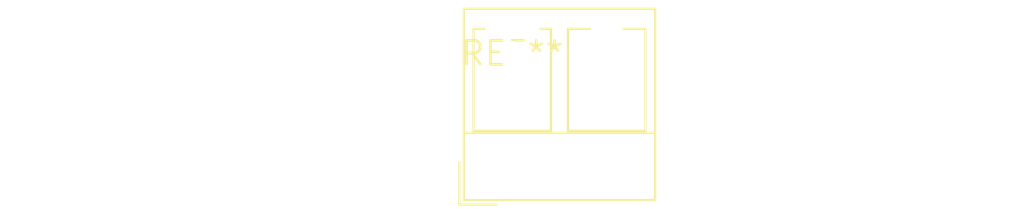
<source format=kicad_pcb>
(kicad_pcb (version 20240108) (generator pcbnew)
  (layers (0 "F.Cu" signal) (31 "B.Cu" signal) (34 "B.Paste" user) (35 "F.Paste" user) (36 "B.SilkS" user "B.Silkscreen") (37 "F.SilkS" user "F.Silkscreen") (38 "B.Mask" user) (39 "F.Mask" user) (44 "Edge.Cuts" user))
  (net 0 "")
  (footprint "TerminalBlock_RND_205-00276_1x02_P5.00mm_Vertical" (layer "F.Cu") (at 0 0)
    (property "Reference" "REF**")
    (property "Value" "TerminalBlock_RND_205-00276_1x02_P5.00mm_Vertical")
    (fp_line (start -2.8 5.76) (end -2.8 8) (layer "F.SilkS") (stroke (width 0.12)))
    (fp_line (start -2.8 8) (end -0.8 8) (layer "F.SilkS") (stroke (width 0.12)))
    (fp_line (start -2.56 -2.36) (end -2.56 7.76) (layer "F.SilkS") (stroke (width 0.12)))
    (fp_line (start -2.56 -2.36) (end 7.56 -2.36) (layer "F.SilkS") (stroke (width 0.12)))
    (fp_line (start -2.56 4.2) (end 7.56 4.2) (layer "F.SilkS") (stroke (width 0.12)))
    (fp_line (start -2.56 7.76) (end 7.56 7.76) (layer "F.SilkS") (stroke (width 0.12)))
    (fp_line (start -2.05 -1.3) (end -2.05 4.1) (layer "F.SilkS") (stroke (width 0.12)))
    (fp_line (start -2.05 -1.3) (end -1.49 -1.3) (layer "F.SilkS") (stroke (width 0.12)))
    (fp_line (start -2.05 4.1) (end 2.05 4.1) (layer "F.SilkS") (stroke (width 0.12)))
    (fp_line (start 1.49 -1.3) (end 2.05 -1.3) (layer "F.SilkS") (stroke (width 0.12)))
    (fp_line (start 2.05 -1.3) (end 2.05 4.1) (layer "F.SilkS") (stroke (width 0.12)))
    (fp_line (start 2.95 -1.3) (end 2.95 4.1) (layer "F.SilkS") (stroke (width 0.12)))
    (fp_line (start 2.95 -1.3) (end 4.117 -1.3) (layer "F.SilkS") (stroke (width 0.12)))
    (fp_line (start 2.95 4.1) (end 7.05 4.1) (layer "F.SilkS") (stroke (width 0.12)))
    (fp_line (start 5.884 -1.3) (end 7.05 -1.3) (layer "F.SilkS") (stroke (width 0.12)))
    (fp_line (start 7.05 -1.3) (end 7.05 4.1) (layer "F.SilkS") (stroke (width 0.12)))
    (fp_line (start 7.56 -2.36) (end 7.56 7.76) (layer "F.SilkS") (stroke (width 0.12)))
    (pad "1" thru_hole rect (at 0 0) (size 2.5 2.5) (drill 1.3) (layers *.Cu *.Mask) (remove_unused_layers))
    (pad "2" thru_hole circle (at 5 0) (size 2.5 2.5) (drill 1.3) (layers *.Cu *.Mask) (remove_unused_layers))
  )
)
</source>
